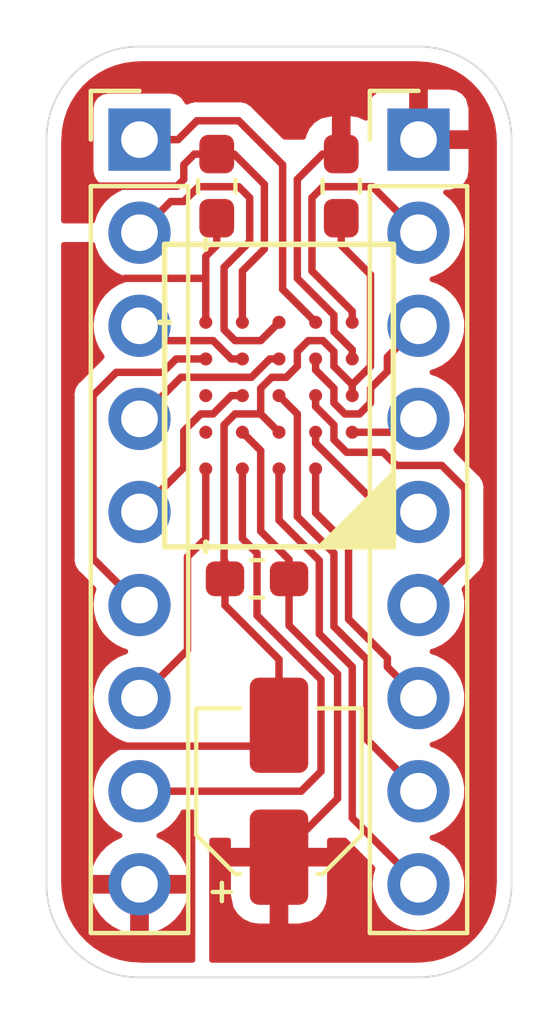
<source format=kicad_pcb>
(kicad_pcb (version 20191123) (host pcbnew "(5.99.0-569-gf99a34d20)")

  (general
    (thickness 1.6)
    (drawings 9)
    (tracks 160)
    (modules 7)
    (nets 21)
  )

  (page "A4")
  (layers
    (0 "F.Cu" signal)
    (31 "B.Cu" jumper hide)
    (32 "B.Adhes" user hide)
    (33 "F.Adhes" user hide)
    (34 "B.Paste" user hide)
    (35 "F.Paste" user hide)
    (36 "B.SilkS" user)
    (37 "F.SilkS" user hide)
    (38 "B.Mask" user hide)
    (39 "F.Mask" user)
    (40 "Dwgs.User" user hide)
    (41 "Cmts.User" user hide)
    (42 "Eco1.User" user hide)
    (43 "Eco2.User" user hide)
    (44 "Edge.Cuts" user)
    (45 "Margin" user hide)
    (46 "B.CrtYd" user hide)
    (47 "F.CrtYd" user hide)
    (48 "B.Fab" user hide)
    (49 "F.Fab" user hide)
  )

  (setup
    (stackup
      (layer "F.SilkS" (type "Top Silk Screen"))
      (layer "F.Paste" (type "Top Solder Paste"))
      (layer "F.Mask" (type "Top Solder Mask") (color "Green") (thickness 0.01))
      (layer "F.Cu" (type "copper") (thickness 0.035))
      (layer "dielectric 1" (type "core") (thickness 1.51) (material "FR4") (epsilon_r 4.5) (loss_tangent 0.02))
      (layer "B.Cu" (type "copper") (thickness 0.035))
      (layer "B.Mask" (type "Bottom Solder Mask") (color "Green") (thickness 0.01))
      (layer "B.Paste" (type "Bottom Solder Paste"))
      (layer "B.SilkS" (type "Bottom Silk Screen"))
      (copper_finish "None")
      (dielectric_constraints no)
    )
    (last_trace_width 0.2032)
    (user_trace_width 0.1524)
    (user_trace_width 0.1778)
    (user_trace_width 0.2032)
    (trace_clearance 0.1524)
    (zone_clearance 0.4)
    (zone_45_only no)
    (trace_min 0.1524)
    (via_size 0.8)
    (via_drill 0.4)
    (via_min_size 0.5)
    (via_min_drill 0.3)
    (uvia_size 0.3)
    (uvia_drill 0.1)
    (uvias_allowed no)
    (uvia_min_size 0.2)
    (uvia_min_drill 0.1)
    (max_error 0.005)
    (defaults
      (edge_clearance 0.01)
      (edge_cuts_line_width 0.05)
      (courtyard_line_width 0.05)
      (copper_line_width 0.2)
      (copper_text_dims (size 1.5 1.5) (thickness 0.3))
      (silk_line_width 0.12)
      (silk_text_dims (size 1 1) (thickness 0.15))
      (other_layers_line_width 0.1)
      (other_layers_text_dims (size 1 1) (thickness 0.15))
    )
    (pad_size 1.524 1.524)
    (pad_drill 0.762)
    (pad_to_mask_clearance 0.051)
    (solder_mask_min_width 0.25)
    (aux_axis_origin 0 0)
    (grid_origin 50.8 50.165)
    (visible_elements FEF9BE1F)
    (pcbplotparams
      (layerselection 0x01000_7fffffff)
      (usegerberextensions false)
      (usegerberattributes true)
      (usegerberadvancedattributes false)
      (creategerberjobfile false)
      (excludeedgelayer true)
      (linewidth 0.100000)
      (plotframeref false)
      (viasonmask false)
      (mode 1)
      (useauxorigin false)
      (hpglpennumber 1)
      (hpglpenspeed 20)
      (hpglpendiameter 15.000000)
      (psnegative false)
      (psa4output false)
      (plotreference false)
      (plotvalue false)
      (plotinvisibletext false)
      (padsonsilk false)
      (subtractmaskfromsilk false)
      (outputformat 1)
      (mirror false)
      (drillshape 0)
      (scaleselection 1)
      (outputdirectory "gerbers/")
    )
  )

  (net 0 "")
  (net 1 "GND")
  (net 2 "+3V3")
  (net 3 "/DQ7")
  (net 4 "/DQ6")
  (net 5 "/DQ5")
  (net 6 "/DQ4")
  (net 7 "/DQ3")
  (net 8 "/DQ2")
  (net 9 "/DQ1")
  (net 10 "/DQ0")
  (net 11 "/~RESET")
  (net 12 "/~RSTO")
  (net 13 "/~INT")
  (net 14 "/~CS2")
  (net 15 "/~CS1")
  (net 16 "/RWDS")
  (net 17 "/~CK")
  (net 18 "/CK")
  (net 19 "Net-(U1-PadC5)")
  (net 20 "Net-(U1-PadB5)")

  (net_class "Default" "This is the default net class."
    (clearance 0.1524)
    (trace_width 0.1524)
    (via_dia 0.8)
    (via_drill 0.4)
    (uvia_dia 0.3)
    (uvia_drill 0.1)
    (add_net "+3V3")
    (add_net "/CK")
    (add_net "/DQ0")
    (add_net "/DQ1")
    (add_net "/DQ2")
    (add_net "/DQ3")
    (add_net "/DQ4")
    (add_net "/DQ5")
    (add_net "/DQ6")
    (add_net "/DQ7")
    (add_net "/RWDS")
    (add_net "/~CK")
    (add_net "/~CS1")
    (add_net "/~CS2")
    (add_net "/~INT")
    (add_net "/~RESET")
    (add_net "/~RSTO")
    (add_net "GND")
    (add_net "Net-(U1-PadB5)")
    (add_net "Net-(U1-PadC5)")
  )

  (module "footprints:S71KL512SC0" (layer "F.Cu") (tedit 5E058D87) (tstamp 5E06FCE8)
    (at 50.8 50.165 180)
    (path "/5E040A6E")
    (fp_text reference "U1" (at 4.064 -7.112) (layer "F.SilkS") hide
      (effects (font (size 1 1) (thickness 0.15)))
    )
    (fp_text value "S71KL512SC0" (at 0 -5.08) (layer "F.SilkS") hide
      (effects (font (size 1 1) (thickness 0.15)))
    )
    (fp_line (start 2.9972 1.999996) (end 3.2512 1.999996) (layer "F.SilkS") (width 0.1524))
    (fp_line (start 1.999996 -4.0005) (end 1.999996 -4.2545) (layer "F.SilkS") (width 0.1524))
    (fp_line (start 1.999996 4.0005) (end 1.999996 4.2545) (layer "F.SilkS") (width 0.1524))
    (fp_line (start -2.4972 -4.0005) (end -2.9972 -3.5005) (layer "F.Fab") (width 0.1524))
    (fp_line (start -3.1242 4.1275) (end 3.1242 4.1275) (layer "F.SilkS") (width 0.1524))
    (fp_line (start 3.1242 4.1275) (end 3.1242 -4.1275) (layer "F.SilkS") (width 0.1524))
    (fp_line (start 3.1242 -4.1275) (end -3.1242 -4.1275) (layer "F.SilkS") (width 0.1524))
    (fp_line (start -3.1242 -4.1275) (end -3.1242 4.1275) (layer "F.SilkS") (width 0.1524))
    (fp_line (start -2.9972 4.0005) (end 2.9972 4.0005) (layer "F.Fab") (width 0.1524))
    (fp_line (start 2.9972 4.0005) (end 2.9972 -4.0005) (layer "F.Fab") (width 0.1524))
    (fp_line (start 2.9972 -4.0005) (end -2.9972 -4.0005) (layer "F.Fab") (width 0.1524))
    (fp_line (start -2.9972 -4.0005) (end -2.9972 4.0005) (layer "F.Fab") (width 0.1524))
    (fp_line (start -3.2512 4.2545) (end -3.2512 -4.2545) (layer "F.CrtYd") (width 0.1524))
    (fp_line (start -3.2512 -4.2545) (end 3.2512 -4.2545) (layer "F.CrtYd") (width 0.1524))
    (fp_line (start 3.2512 -4.2545) (end 3.2512 4.2545) (layer "F.CrtYd") (width 0.1524))
    (fp_line (start 3.2512 4.2545) (end -3.2512 4.2545) (layer "F.CrtYd") (width 0.1524))
    (pad "E5" smd circle (at 2 2 180) (size 0.3556 0.3556) (layers "F.Cu" "F.Paste" "F.Mask")
      (net 1 "GND"))
    (pad "E4" smd circle (at 1 2 180) (size 0.3556 0.3556) (layers "F.Cu" "F.Paste" "F.Mask")
      (net 2 "+3V3"))
    (pad "E3" smd circle (at 0 2 180) (size 0.3556 0.3556) (layers "F.Cu" "F.Paste" "F.Mask")
      (net 5 "/DQ5"))
    (pad "E2" smd circle (at -1 2 180) (size 0.3556 0.3556) (layers "F.Cu" "F.Paste" "F.Mask")
      (net 4 "/DQ6"))
    (pad "E1" smd circle (at -2 2 180) (size 0.3556 0.3556) (layers "F.Cu" "F.Paste" "F.Mask")
      (net 3 "/DQ7"))
    (pad "D5" smd circle (at 2 1 180) (size 0.3556 0.3556) (layers "F.Cu" "F.Paste" "F.Mask")
      (net 6 "/DQ4"))
    (pad "D4" smd circle (at 1 1 180) (size 0.3556 0.3556) (layers "F.Cu" "F.Paste" "F.Mask")
      (net 7 "/DQ3"))
    (pad "D3" smd circle (at 0 1 180) (size 0.3556 0.3556) (layers "F.Cu" "F.Paste" "F.Mask")
      (net 10 "/DQ0"))
    (pad "D2" smd circle (at -1 1 180) (size 0.3556 0.3556) (layers "F.Cu" "F.Paste" "F.Mask")
      (net 9 "/DQ1"))
    (pad "D1" smd circle (at -2 1 180) (size 0.3556 0.3556) (layers "F.Cu" "F.Paste" "F.Mask")
      (net 2 "+3V3"))
    (pad "C5" smd circle (at 2 0 180) (size 0.3556 0.3556) (layers "F.Cu" "F.Paste" "F.Mask")
      (net 19 "Net-(U1-PadC5)"))
    (pad "C4" smd circle (at 1 0 180) (size 0.3556 0.3556) (layers "F.Cu" "F.Paste" "F.Mask")
      (net 8 "/DQ2"))
    (pad "C3" smd circle (at 0 0 180) (size 0.3556 0.3556) (layers "F.Cu" "F.Paste" "F.Mask")
      (net 16 "/RWDS"))
    (pad "C2" smd circle (at -1 0 180) (size 0.3556 0.3556) (layers "F.Cu" "F.Paste" "F.Mask")
      (net 15 "/~CS1"))
    (pad "C1" smd circle (at -2 0 180) (size 0.3556 0.3556) (layers "F.Cu" "F.Paste" "F.Mask")
      (net 1 "GND"))
    (pad "B5" smd circle (at 2 -1 180) (size 0.3556 0.3556) (layers "F.Cu" "F.Paste" "F.Mask")
      (net 20 "Net-(U1-PadB5)"))
    (pad "B4" smd circle (at 1 -1 180) (size 0.3556 0.3556) (layers "F.Cu" "F.Paste" "F.Mask")
      (net 2 "+3V3"))
    (pad "B3" smd circle (at 0 -1 180) (size 0.3556 0.3556) (layers "F.Cu" "F.Paste" "F.Mask")
      (net 1 "GND"))
    (pad "B2" smd circle (at -1 -1 180) (size 0.3556 0.3556) (layers "F.Cu" "F.Paste" "F.Mask")
      (net 18 "/CK"))
    (pad "B1" smd circle (at -2 -1 180) (size 0.3556 0.3556) (layers "F.Cu" "F.Paste" "F.Mask")
      (net 17 "/~CK"))
    (pad "A5" smd circle (at 2 -2 180) (size 0.3556 0.3556) (layers "F.Cu" "F.Paste" "F.Mask")
      (net 13 "/~INT"))
    (pad "A4" smd circle (at 1 -2 180) (size 0.3556 0.3556) (layers "F.Cu" "F.Paste" "F.Mask")
      (net 11 "/~RESET"))
    (pad "A3" smd circle (at 0 -2 180) (size 0.3556 0.3556) (layers "F.Cu" "F.Paste" "F.Mask")
      (net 14 "/~CS2"))
    (pad "A2" smd circle (at -1 -2 180) (size 0.3556 0.3556) (layers "F.Cu" "F.Paste" "F.Mask")
      (net 12 "/~RSTO"))
  )

  (module "Connector_PinHeader_2.54mm:PinHeader_1x09_P2.54mm_Vertical" (layer "F.Cu") (tedit 59FED5CC) (tstamp 5E05C786)
    (at 54.61 43.18)
    (descr "Through hole straight pin header, 1x09, 2.54mm pitch, single row")
    (tags "Through hole pin header THT 1x09 2.54mm single row")
    (path "/5E0594A5")
    (fp_text reference "J2" (at 0 -2.33) (layer "F.SilkS") hide
      (effects (font (size 1 1) (thickness 0.15)))
    )
    (fp_text value "Conn_01x09" (at 0 22.65) (layer "F.Fab") hide
      (effects (font (size 1 1) (thickness 0.15)))
    )
    (fp_text user "%R" (at 0 10.16 90) (layer "F.Fab")
      (effects (font (size 1 1) (thickness 0.15)))
    )
    (fp_line (start 1.8 -1.8) (end -1.8 -1.8) (layer "F.CrtYd") (width 0.05))
    (fp_line (start 1.8 22.1) (end 1.8 -1.8) (layer "F.CrtYd") (width 0.05))
    (fp_line (start -1.8 22.1) (end 1.8 22.1) (layer "F.CrtYd") (width 0.05))
    (fp_line (start -1.8 -1.8) (end -1.8 22.1) (layer "F.CrtYd") (width 0.05))
    (fp_line (start -1.33 -1.33) (end 0 -1.33) (layer "F.SilkS") (width 0.12))
    (fp_line (start -1.33 0) (end -1.33 -1.33) (layer "F.SilkS") (width 0.12))
    (fp_line (start -1.33 1.27) (end 1.33 1.27) (layer "F.SilkS") (width 0.12))
    (fp_line (start 1.33 1.27) (end 1.33 21.65) (layer "F.SilkS") (width 0.12))
    (fp_line (start -1.33 1.27) (end -1.33 21.65) (layer "F.SilkS") (width 0.12))
    (fp_line (start -1.33 21.65) (end 1.33 21.65) (layer "F.SilkS") (width 0.12))
    (fp_line (start -1.27 -0.635) (end -0.635 -1.27) (layer "F.Fab") (width 0.1))
    (fp_line (start -1.27 21.59) (end -1.27 -0.635) (layer "F.Fab") (width 0.1))
    (fp_line (start 1.27 21.59) (end -1.27 21.59) (layer "F.Fab") (width 0.1))
    (fp_line (start 1.27 -1.27) (end 1.27 21.59) (layer "F.Fab") (width 0.1))
    (fp_line (start -0.635 -1.27) (end 1.27 -1.27) (layer "F.Fab") (width 0.1))
    (pad "9" thru_hole oval (at 0 20.32) (size 1.7 1.7) (drill 1) (layers *.Cu *.Mask)
      (net 14 "/~CS2"))
    (pad "8" thru_hole oval (at 0 17.78) (size 1.7 1.7) (drill 1) (layers *.Cu *.Mask)
      (net 16 "/RWDS"))
    (pad "7" thru_hole oval (at 0 15.24) (size 1.7 1.7) (drill 1) (layers *.Cu *.Mask)
      (net 12 "/~RSTO"))
    (pad "6" thru_hole oval (at 0 12.7) (size 1.7 1.7) (drill 1) (layers *.Cu *.Mask)
      (net 15 "/~CS1"))
    (pad "5" thru_hole oval (at 0 10.16) (size 1.7 1.7) (drill 1) (layers *.Cu *.Mask)
      (net 18 "/CK"))
    (pad "4" thru_hole oval (at 0 7.62) (size 1.7 1.7) (drill 1) (layers *.Cu *.Mask)
      (net 17 "/~CK"))
    (pad "3" thru_hole oval (at 0 5.08) (size 1.7 1.7) (drill 1) (layers *.Cu *.Mask)
      (net 9 "/DQ1"))
    (pad "2" thru_hole oval (at 0 2.54) (size 1.7 1.7) (drill 1) (layers *.Cu *.Mask)
      (net 3 "/DQ7"))
    (pad "1" thru_hole rect (at 0 0) (size 1.7 1.7) (drill 1) (layers *.Cu *.Mask)
      (net 2 "+3V3"))
    (model "${KISYS3DMOD}/Connector_PinHeader_2.54mm.3dshapes/PinHeader_1x09_P2.54mm_Vertical.wrl"
      (at (xyz 0 0 0))
      (scale (xyz 1 1 1))
      (rotate (xyz 0 0 0))
    )
  )

  (module "Connector_PinHeader_2.54mm:PinHeader_1x09_P2.54mm_Vertical" (layer "F.Cu") (tedit 59FED5CC) (tstamp 5E05C769)
    (at 46.99 43.18)
    (descr "Through hole straight pin header, 1x09, 2.54mm pitch, single row")
    (tags "Through hole pin header THT 1x09 2.54mm single row")
    (path "/5E058B74")
    (fp_text reference "J1" (at 0 -2.33) (layer "F.SilkS") hide
      (effects (font (size 1 1) (thickness 0.15)))
    )
    (fp_text value "Conn_01x09" (at 0 22.65) (layer "F.Fab") hide
      (effects (font (size 1 1) (thickness 0.15)))
    )
    (fp_text user "%R" (at 0 10.16 90) (layer "F.Fab")
      (effects (font (size 1 1) (thickness 0.15)))
    )
    (fp_line (start 1.8 -1.8) (end -1.8 -1.8) (layer "F.CrtYd") (width 0.05))
    (fp_line (start 1.8 22.1) (end 1.8 -1.8) (layer "F.CrtYd") (width 0.05))
    (fp_line (start -1.8 22.1) (end 1.8 22.1) (layer "F.CrtYd") (width 0.05))
    (fp_line (start -1.8 -1.8) (end -1.8 22.1) (layer "F.CrtYd") (width 0.05))
    (fp_line (start -1.33 -1.33) (end 0 -1.33) (layer "F.SilkS") (width 0.12))
    (fp_line (start -1.33 0) (end -1.33 -1.33) (layer "F.SilkS") (width 0.12))
    (fp_line (start -1.33 1.27) (end 1.33 1.27) (layer "F.SilkS") (width 0.12))
    (fp_line (start 1.33 1.27) (end 1.33 21.65) (layer "F.SilkS") (width 0.12))
    (fp_line (start -1.33 1.27) (end -1.33 21.65) (layer "F.SilkS") (width 0.12))
    (fp_line (start -1.33 21.65) (end 1.33 21.65) (layer "F.SilkS") (width 0.12))
    (fp_line (start -1.27 -0.635) (end -0.635 -1.27) (layer "F.Fab") (width 0.1))
    (fp_line (start -1.27 21.59) (end -1.27 -0.635) (layer "F.Fab") (width 0.1))
    (fp_line (start 1.27 21.59) (end -1.27 21.59) (layer "F.Fab") (width 0.1))
    (fp_line (start 1.27 -1.27) (end 1.27 21.59) (layer "F.Fab") (width 0.1))
    (fp_line (start -0.635 -1.27) (end 1.27 -1.27) (layer "F.Fab") (width 0.1))
    (pad "9" thru_hole oval (at 0 20.32) (size 1.7 1.7) (drill 1) (layers *.Cu *.Mask)
      (net 1 "GND"))
    (pad "8" thru_hole oval (at 0 17.78) (size 1.7 1.7) (drill 1) (layers *.Cu *.Mask)
      (net 11 "/~RESET"))
    (pad "7" thru_hole oval (at 0 15.24) (size 1.7 1.7) (drill 1) (layers *.Cu *.Mask)
      (net 13 "/~INT"))
    (pad "6" thru_hole oval (at 0 12.7) (size 1.7 1.7) (drill 1) (layers *.Cu *.Mask)
      (net 6 "/DQ4"))
    (pad "5" thru_hole oval (at 0 10.16) (size 1.7 1.7) (drill 1) (layers *.Cu *.Mask)
      (net 8 "/DQ2"))
    (pad "4" thru_hole oval (at 0 7.62) (size 1.7 1.7) (drill 1) (layers *.Cu *.Mask)
      (net 10 "/DQ0"))
    (pad "3" thru_hole oval (at 0 5.08) (size 1.7 1.7) (drill 1) (layers *.Cu *.Mask)
      (net 7 "/DQ3"))
    (pad "2" thru_hole oval (at 0 2.54) (size 1.7 1.7) (drill 1) (layers *.Cu *.Mask)
      (net 5 "/DQ5"))
    (pad "1" thru_hole rect (at 0 0) (size 1.7 1.7) (drill 1) (layers *.Cu *.Mask)
      (net 4 "/DQ6"))
    (model "${KISYS3DMOD}/Connector_PinHeader_2.54mm.3dshapes/PinHeader_1x09_P2.54mm_Vertical.wrl"
      (at (xyz 0 0 0))
      (scale (xyz 1 1 1))
      (rotate (xyz 0 0 0))
    )
  )

  (module "Capacitor_SMD:CP_Elec_4x4.5" (layer "F.Cu") (tedit 5BCA39CF) (tstamp 5E05C74C)
    (at 50.8 60.96 90)
    (descr "SMD capacitor, aluminum electrolytic, Nichicon, 4.0x4.5mm")
    (tags "capacitor electrolytic")
    (path "/5E06FAC7")
    (attr smd)
    (fp_text reference "C4" (at 0 -3.2 90) (layer "F.SilkS") hide
      (effects (font (size 1 1) (thickness 0.15)))
    )
    (fp_text value "0.1uF" (at 0 3.2 90) (layer "F.Fab") hide
      (effects (font (size 1 1) (thickness 0.15)))
    )
    (fp_text user "%R" (at 0 0 90) (layer "F.Fab") hide
      (effects (font (size 0.8 0.8) (thickness 0.12)))
    )
    (fp_line (start -3.35 1.05) (end -2.4 1.05) (layer "F.CrtYd") (width 0.05))
    (fp_line (start -3.35 -1.05) (end -3.35 1.05) (layer "F.CrtYd") (width 0.05))
    (fp_line (start -2.4 -1.05) (end -3.35 -1.05) (layer "F.CrtYd") (width 0.05))
    (fp_line (start -2.4 1.05) (end -2.4 1.25) (layer "F.CrtYd") (width 0.05))
    (fp_line (start -2.4 -1.25) (end -2.4 -1.05) (layer "F.CrtYd") (width 0.05))
    (fp_line (start -2.4 -1.25) (end -1.25 -2.4) (layer "F.CrtYd") (width 0.05))
    (fp_line (start -2.4 1.25) (end -1.25 2.4) (layer "F.CrtYd") (width 0.05))
    (fp_line (start -1.25 -2.4) (end 2.4 -2.4) (layer "F.CrtYd") (width 0.05))
    (fp_line (start -1.25 2.4) (end 2.4 2.4) (layer "F.CrtYd") (width 0.05))
    (fp_line (start 2.4 1.05) (end 2.4 2.4) (layer "F.CrtYd") (width 0.05))
    (fp_line (start 3.35 1.05) (end 2.4 1.05) (layer "F.CrtYd") (width 0.05))
    (fp_line (start 3.35 -1.05) (end 3.35 1.05) (layer "F.CrtYd") (width 0.05))
    (fp_line (start 2.4 -1.05) (end 3.35 -1.05) (layer "F.CrtYd") (width 0.05))
    (fp_line (start 2.4 -2.4) (end 2.4 -1.05) (layer "F.CrtYd") (width 0.05))
    (fp_line (start -2.75 -1.81) (end -2.75 -1.31) (layer "F.SilkS") (width 0.12))
    (fp_line (start -3 -1.56) (end -2.5 -1.56) (layer "F.SilkS") (width 0.12))
    (fp_line (start -2.26 1.195563) (end -1.195563 2.26) (layer "F.SilkS") (width 0.12))
    (fp_line (start -2.26 -1.195563) (end -1.195563 -2.26) (layer "F.SilkS") (width 0.12))
    (fp_line (start -2.26 -1.195563) (end -2.26 -1.06) (layer "F.SilkS") (width 0.12))
    (fp_line (start -2.26 1.195563) (end -2.26 1.06) (layer "F.SilkS") (width 0.12))
    (fp_line (start -1.195563 2.26) (end 2.26 2.26) (layer "F.SilkS") (width 0.12))
    (fp_line (start -1.195563 -2.26) (end 2.26 -2.26) (layer "F.SilkS") (width 0.12))
    (fp_line (start 2.26 -2.26) (end 2.26 -1.06) (layer "F.SilkS") (width 0.12))
    (fp_line (start 2.26 2.26) (end 2.26 1.06) (layer "F.SilkS") (width 0.12))
    (fp_line (start -1.374773 -1.2) (end -1.374773 -0.8) (layer "F.Fab") (width 0.1))
    (fp_line (start -1.574773 -1) (end -1.174773 -1) (layer "F.Fab") (width 0.1))
    (fp_line (start -2.15 1.15) (end -1.15 2.15) (layer "F.Fab") (width 0.1))
    (fp_line (start -2.15 -1.15) (end -1.15 -2.15) (layer "F.Fab") (width 0.1))
    (fp_line (start -2.15 -1.15) (end -2.15 1.15) (layer "F.Fab") (width 0.1))
    (fp_line (start -1.15 2.15) (end 2.15 2.15) (layer "F.Fab") (width 0.1))
    (fp_line (start -1.15 -2.15) (end 2.15 -2.15) (layer "F.Fab") (width 0.1))
    (fp_line (start 2.15 -2.15) (end 2.15 2.15) (layer "F.Fab") (width 0.1))
    (fp_circle (center 0 0) (end 2 0) (layer "F.Fab") (width 0.1))
    (pad "2" smd roundrect (at 1.8 0 90) (size 2.6 1.6) (layers "F.Cu" "F.Paste" "F.Mask") (roundrect_rratio 0.15625)
      (net 1 "GND"))
    (pad "1" smd roundrect (at -1.8 0 90) (size 2.6 1.6) (layers "F.Cu" "F.Paste" "F.Mask") (roundrect_rratio 0.15625)
      (net 2 "+3V3"))
    (model "${KISYS3DMOD}/Capacitor_SMD.3dshapes/CP_Elec_4x4.5.wrl"
      (at (xyz 0 0 0))
      (scale (xyz 1 1 1))
      (rotate (xyz 0 0 0))
    )
  )

  (module "Capacitor_SMD:C_0603_1608Metric_Pad1.05x0.95mm_HandSolder" (layer "F.Cu") (tedit 5B301BBE) (tstamp 5E06FA97)
    (at 49.1 44.45 -90)
    (descr "Capacitor SMD 0603 (1608 Metric), square (rectangular) end terminal, IPC_7351 nominal with elongated pad for handsoldering. (Body size source: http://www.tortai-tech.com/upload/download/2011102023233369053.pdf), generated with kicad-footprint-generator")
    (tags "capacitor handsolder")
    (path "/5E045BB8")
    (attr smd)
    (fp_text reference "C3" (at 0 1.524 90) (layer "F.SilkS") hide
      (effects (font (size 1 1) (thickness 0.15)))
    )
    (fp_text value "0.1nF" (at 0 1.43 90) (layer "F.Fab") hide
      (effects (font (size 1 1) (thickness 0.15)))
    )
    (fp_text user "%R" (at 0 0 90) (layer "F.Fab")
      (effects (font (size 0.4 0.4) (thickness 0.06)))
    )
    (fp_line (start 1.65 0.73) (end -1.65 0.73) (layer "F.CrtYd") (width 0.05))
    (fp_line (start 1.65 -0.73) (end 1.65 0.73) (layer "F.CrtYd") (width 0.05))
    (fp_line (start -1.65 -0.73) (end 1.65 -0.73) (layer "F.CrtYd") (width 0.05))
    (fp_line (start -1.65 0.73) (end -1.65 -0.73) (layer "F.CrtYd") (width 0.05))
    (fp_line (start -0.171267 0.51) (end 0.171267 0.51) (layer "F.SilkS") (width 0.12))
    (fp_line (start -0.171267 -0.51) (end 0.171267 -0.51) (layer "F.SilkS") (width 0.12))
    (fp_line (start 0.8 0.4) (end -0.8 0.4) (layer "F.Fab") (width 0.1))
    (fp_line (start 0.8 -0.4) (end 0.8 0.4) (layer "F.Fab") (width 0.1))
    (fp_line (start -0.8 -0.4) (end 0.8 -0.4) (layer "F.Fab") (width 0.1))
    (fp_line (start -0.8 0.4) (end -0.8 -0.4) (layer "F.Fab") (width 0.1))
    (pad "2" smd roundrect (at 0.875 0 270) (size 1.05 0.95) (layers "F.Cu" "F.Paste" "F.Mask") (roundrect_rratio 0.25)
      (net 1 "GND"))
    (pad "1" smd roundrect (at -0.875 0 270) (size 1.05 0.95) (layers "F.Cu" "F.Paste" "F.Mask") (roundrect_rratio 0.25)
      (net 2 "+3V3"))
    (model "${KISYS3DMOD}/Capacitor_SMD.3dshapes/C_0603_1608Metric.wrl"
      (at (xyz 0 0 0))
      (scale (xyz 1 1 1))
      (rotate (xyz 0 0 0))
    )
  )

  (module "Capacitor_SMD:C_0603_1608Metric_Pad1.05x0.95mm_HandSolder" (layer "F.Cu") (tedit 5B301BBE) (tstamp 5E05D416)
    (at 50.2 55.165 180)
    (descr "Capacitor SMD 0603 (1608 Metric), square (rectangular) end terminal, IPC_7351 nominal with elongated pad for handsoldering. (Body size source: http://www.tortai-tech.com/upload/download/2011102023233369053.pdf), generated with kicad-footprint-generator")
    (tags "capacitor handsolder")
    (path "/5E045773")
    (attr smd)
    (fp_text reference "C2" (at 0 1.524) (layer "F.SilkS") hide
      (effects (font (size 1 1) (thickness 0.15)))
    )
    (fp_text value "0.1nF" (at 0 1.43) (layer "F.Fab") hide
      (effects (font (size 1 1) (thickness 0.15)))
    )
    (fp_text user "%R" (at 0 0) (layer "F.Fab")
      (effects (font (size 0.4 0.4) (thickness 0.06)))
    )
    (fp_line (start 1.65 0.73) (end -1.65 0.73) (layer "F.CrtYd") (width 0.05))
    (fp_line (start 1.65 -0.73) (end 1.65 0.73) (layer "F.CrtYd") (width 0.05))
    (fp_line (start -1.65 -0.73) (end 1.65 -0.73) (layer "F.CrtYd") (width 0.05))
    (fp_line (start -1.65 0.73) (end -1.65 -0.73) (layer "F.CrtYd") (width 0.05))
    (fp_line (start -0.171267 0.51) (end 0.171267 0.51) (layer "F.SilkS") (width 0.12))
    (fp_line (start -0.171267 -0.51) (end 0.171267 -0.51) (layer "F.SilkS") (width 0.12))
    (fp_line (start 0.8 0.4) (end -0.8 0.4) (layer "F.Fab") (width 0.1))
    (fp_line (start 0.8 -0.4) (end 0.8 0.4) (layer "F.Fab") (width 0.1))
    (fp_line (start -0.8 -0.4) (end 0.8 -0.4) (layer "F.Fab") (width 0.1))
    (fp_line (start -0.8 0.4) (end -0.8 -0.4) (layer "F.Fab") (width 0.1))
    (pad "2" smd roundrect (at 0.875 0 180) (size 1.05 0.95) (layers "F.Cu" "F.Paste" "F.Mask") (roundrect_rratio 0.25)
      (net 1 "GND"))
    (pad "1" smd roundrect (at -0.875 0 180) (size 1.05 0.95) (layers "F.Cu" "F.Paste" "F.Mask") (roundrect_rratio 0.25)
      (net 2 "+3V3"))
    (model "${KISYS3DMOD}/Capacitor_SMD.3dshapes/C_0603_1608Metric.wrl"
      (at (xyz 0 0 0))
      (scale (xyz 1 1 1))
      (rotate (xyz 0 0 0))
    )
  )

  (module "Capacitor_SMD:C_0603_1608Metric_Pad1.05x0.95mm_HandSolder" (layer "F.Cu") (tedit 5B301BBE) (tstamp 5E06FA36)
    (at 52.5 44.45 -90)
    (descr "Capacitor SMD 0603 (1608 Metric), square (rectangular) end terminal, IPC_7351 nominal with elongated pad for handsoldering. (Body size source: http://www.tortai-tech.com/upload/download/2011102023233369053.pdf), generated with kicad-footprint-generator")
    (tags "capacitor handsolder")
    (path "/5E04483B")
    (attr smd)
    (fp_text reference "C1" (at 0 -1.43 90) (layer "F.SilkS") hide
      (effects (font (size 1 1) (thickness 0.15)))
    )
    (fp_text value "0.1nF" (at 0 1.43 90) (layer "F.Fab") hide
      (effects (font (size 1 1) (thickness 0.15)))
    )
    (fp_text user "%R" (at 0 0 90) (layer "F.Fab") hide
      (effects (font (size 0.4 0.4) (thickness 0.06)))
    )
    (fp_line (start 1.65 0.73) (end -1.65 0.73) (layer "F.CrtYd") (width 0.05))
    (fp_line (start 1.65 -0.73) (end 1.65 0.73) (layer "F.CrtYd") (width 0.05))
    (fp_line (start -1.65 -0.73) (end 1.65 -0.73) (layer "F.CrtYd") (width 0.05))
    (fp_line (start -1.65 0.73) (end -1.65 -0.73) (layer "F.CrtYd") (width 0.05))
    (fp_line (start -0.171267 0.51) (end 0.171267 0.51) (layer "F.SilkS") (width 0.12))
    (fp_line (start -0.171267 -0.51) (end 0.171267 -0.51) (layer "F.SilkS") (width 0.12))
    (fp_line (start 0.8 0.4) (end -0.8 0.4) (layer "F.Fab") (width 0.1))
    (fp_line (start 0.8 -0.4) (end 0.8 0.4) (layer "F.Fab") (width 0.1))
    (fp_line (start -0.8 -0.4) (end 0.8 -0.4) (layer "F.Fab") (width 0.1))
    (fp_line (start -0.8 0.4) (end -0.8 -0.4) (layer "F.Fab") (width 0.1))
    (pad "2" smd roundrect (at 0.875 0 270) (size 1.05 0.95) (layers "F.Cu" "F.Paste" "F.Mask") (roundrect_rratio 0.25)
      (net 1 "GND"))
    (pad "1" smd roundrect (at -0.875 0 270) (size 1.05 0.95) (layers "F.Cu" "F.Paste" "F.Mask") (roundrect_rratio 0.25)
      (net 2 "+3V3"))
    (model "${KISYS3DMOD}/Capacitor_SMD.3dshapes/C_0603_1608Metric.wrl"
      (at (xyz 0 0 0))
      (scale (xyz 1 1 1))
      (rotate (xyz 0 0 0))
    )
  )

  (gr_line (start 44.45 63.5) (end 44.45 43.18) (layer "Edge.Cuts") (width 0.05))
  (gr_line (start 54.61 66.04) (end 46.99 66.04) (layer "Edge.Cuts") (width 0.05))
  (gr_line (start 57.15 43.18) (end 57.15 63.5) (layer "Edge.Cuts") (width 0.05))
  (gr_line (start 46.99 40.64) (end 54.61 40.64) (layer "Edge.Cuts") (width 0.05))
  (gr_arc (start 46.99 63.5) (end 44.45 63.5) (angle -90) (layer "Edge.Cuts") (width 0.05))
  (gr_arc (start 54.61 63.5) (end 54.61 66.04) (angle -90) (layer "Edge.Cuts") (width 0.05))
  (gr_arc (start 54.61 43.18) (end 57.15 43.18) (angle -90) (layer "Edge.Cuts") (width 0.0508))
  (gr_arc (start 46.99 43.18) (end 46.99 40.64) (angle -90) (layer "Edge.Cuts") (width 0.05))
  (gr_poly (pts (xy 53.9242 52.2605) (xy 53.9242 54.2925) (xy 51.8922 54.2925)) (layer "F.SilkS") (width 0.1))

  (segment (start 45.535189 59.729811) (end 50.635189 59.729811) (width 0.2032) (layer "F.Cu") (net 1))
  (segment (start 50.635189 59.729811) (end 50.8 59.565) (width 0.2032) (layer "F.Cu") (net 1))
  (segment (start 49.325 55.89) (end 50.8 57.365) (width 0.2032) (layer "F.Cu") (net 1))
  (segment (start 50.8 57.365) (end 50.8 59.16) (width 0.2032) (layer "F.Cu") (net 1))
  (segment (start 49.325 55.165) (end 49.325 55.89) (width 0.2032) (layer "F.Cu") (net 1))
  (segment (start 48.3 54.565) (end 48.3 57.11) (width 0.2032) (layer "F.Cu") (net 13))
  (segment (start 48.8 54.065) (end 48.3 54.565) (width 0.2032) (layer "F.Cu") (net 13))
  (segment (start 48.8 52.165) (end 48.8 54.065) (width 0.2032) (layer "F.Cu") (net 13))
  (segment (start 49.8 48.165) (end 49.8 46.765) (width 0.2032) (layer "F.Cu") (net 2))
  (segment (start 49.8 46.765) (end 50.4 46.165) (width 0.2032) (layer "F.Cu") (net 2))
  (segment (start 50.4 46.165) (end 50.4 44.4) (width 0.2032) (layer "F.Cu") (net 2))
  (segment (start 50.4 44.4) (end 49.575 43.575) (width 0.2032) (layer "F.Cu") (net 2))
  (segment (start 49.575 43.575) (end 49.1 43.575) (width 0.2032) (layer "F.Cu") (net 2))
  (segment (start 48.8 46.365) (end 49.1 46.065) (width 0.2032) (layer "F.Cu") (net 1))
  (segment (start 49.1 46.065) (end 49.1 45.325) (width 0.2032) (layer "F.Cu") (net 1))
  (segment (start 48.6 44.465) (end 48.194999 44.870001) (width 0.2032) (layer "F.Cu") (net 5))
  (segment (start 48.194999 44.870001) (end 47.839999 44.870001) (width 0.2032) (layer "F.Cu") (net 5))
  (segment (start 47.839999 44.870001) (end 46.99 45.72) (width 0.2032) (layer "F.Cu") (net 5))
  (segment (start 49.7 44.465) (end 48.6 44.465) (width 0.2032) (layer "F.Cu") (net 5))
  (segment (start 50 44.765) (end 49.7 44.465) (width 0.2032) (layer "F.Cu") (net 5))
  (segment (start 50 45.965) (end 50 44.765) (width 0.2032) (layer "F.Cu") (net 5))
  (segment (start 49.3 46.665) (end 50 45.965) (width 0.2032) (layer "F.Cu") (net 5))
  (segment (start 45.72 44.45) (end 48.015 44.45) (width 0.2032) (layer "F.Cu") (net 2))
  (segment (start 48.2 43.865) (end 48.49 43.575) (width 0.2032) (layer "F.Cu") (net 2))
  (segment (start 48.015 44.45) (end 48.2 44.265) (width 0.2032) (layer "F.Cu") (net 2))
  (segment (start 48.2 44.265) (end 48.2 43.865) (width 0.2032) (layer "F.Cu") (net 2))
  (segment (start 48.49 43.575) (end 49.1 43.575) (width 0.2032) (layer "F.Cu") (net 2))
  (segment (start 52.8 48.165) (end 52.8 47.865) (width 0.2032) (layer "F.Cu") (net 3))
  (segment (start 52.8 47.865) (end 51.7 46.765) (width 0.2032) (layer "F.Cu") (net 3))
  (segment (start 51.7 46.765) (end 51.7 44.765) (width 0.2032) (layer "F.Cu") (net 3))
  (segment (start 52 44.465) (end 53.355 44.465) (width 0.2032) (layer "F.Cu") (net 3))
  (segment (start 51.7 44.765) (end 52 44.465) (width 0.2032) (layer "F.Cu") (net 3))
  (segment (start 53.355 44.465) (end 54.61 45.72) (width 0.2032) (layer "F.Cu") (net 3))
  (segment (start 52.8 48.913553) (end 52.3 48.413553) (width 0.2032) (layer "F.Cu") (net 2))
  (segment (start 52.3 48.413553) (end 52.3 47.965) (width 0.2032) (layer "F.Cu") (net 2))
  (segment (start 52.8 49.165) (end 52.8 48.913553) (width 0.2032) (layer "F.Cu") (net 2))
  (segment (start 52.3 47.965) (end 51.3 46.965) (width 0.2032) (layer "F.Cu") (net 2))
  (segment (start 51.3 46.965) (end 51.3 44.265) (width 0.2032) (layer "F.Cu") (net 2))
  (segment (start 51.99 43.575) (end 52.5 43.575) (width 0.2032) (layer "F.Cu") (net 2))
  (segment (start 51.3 44.265) (end 51.99 43.575) (width 0.2032) (layer "F.Cu") (net 2))
  (segment (start 53.3 46.865) (end 52.5 46.065) (width 0.2032) (layer "F.Cu") (net 1))
  (segment (start 52.5 46.065) (end 52.5 45.325) (width 0.2032) (layer "F.Cu") (net 1))
  (segment (start 49.7 42.665) (end 48.5582 42.665) (width 0.2032) (layer "F.Cu") (net 4))
  (segment (start 48.5582 42.665) (end 48.0432 43.18) (width 0.2032) (layer "F.Cu") (net 4))
  (segment (start 48.0432 43.18) (end 46.99 43.18) (width 0.2032) (layer "F.Cu") (net 4))
  (segment (start 50.9 43.865) (end 49.7 42.665) (width 0.2032) (layer "F.Cu") (net 4))
  (segment (start 50.9 47.265) (end 50.9 43.865) (width 0.2032) (layer "F.Cu") (net 4))
  (segment (start 51.8 48.165) (end 50.9 47.265) (width 0.2032) (layer "F.Cu") (net 4))
  (segment (start 50.3 48.665) (end 49.6 48.665) (width 0.2032) (layer "F.Cu") (net 5) (status 8000))
  (segment (start 49.6 48.665) (end 49.3 48.365) (width 0.2032) (layer "F.Cu") (net 5) (status 8000))
  (segment (start 49.3 48.365) (end 49.3 46.665) (width 0.2032) (layer "F.Cu") (net 5) (status 8000))
  (segment (start 50.8 48.165) (end 50.3 48.665) (width 0.2032) (layer "F.Cu") (net 5) (status 8000))
  (segment (start 50.3 50.665) (end 50.3 49.965) (width 0.2032) (layer "F.Cu") (net 1))
  (segment (start 51.6 48.665) (end 52 48.665) (width 0.2032) (layer "F.Cu") (net 1))
  (segment (start 50.3 49.965) (end 50.6 49.665) (width 0.2032) (layer "F.Cu") (net 1))
  (segment (start 51 49.665) (end 51.3 49.365) (width 0.2032) (layer "F.Cu") (net 1))
  (segment (start 50.6 49.665) (end 51 49.665) (width 0.2032) (layer "F.Cu") (net 1))
  (segment (start 51.3 49.365) (end 51.3 48.965) (width 0.2032) (layer "F.Cu") (net 1))
  (segment (start 51.3 48.965) (end 51.6 48.665) (width 0.2032) (layer "F.Cu") (net 1))
  (segment (start 52.3 48.965) (end 52.3 49.365) (width 0.2032) (layer "F.Cu") (net 1))
  (segment (start 52 48.665) (end 52.3 48.965) (width 0.2032) (layer "F.Cu") (net 1))
  (segment (start 52.3 49.365) (end 52.8 49.865) (width 0.2032) (layer "F.Cu") (net 1))
  (segment (start 53.3 49.965) (end 53.760001 49.504999) (width 0.2032) (layer "F.Cu") (net 9))
  (segment (start 53.760001 49.504999) (end 53.760001 49.109999) (width 0.2032) (layer "F.Cu") (net 9))
  (segment (start 53.760001 49.109999) (end 54.61 48.26) (width 0.2032) (layer "F.Cu") (net 9))
  (segment (start 53.3 50.365) (end 53.3 49.965) (width 0.2032) (layer "F.Cu") (net 9))
  (segment (start 53 50.665) (end 53.3 50.365) (width 0.2032) (layer "F.Cu") (net 9))
  (segment (start 53.2976 49.069492) (end 53.2976 49.3674) (width 0.2032) (layer "F.Cu") (net 1) (status 8000))
  (segment (start 53.2976 49.3674) (end 52.8 49.865) (width 0.2032) (layer "F.Cu") (net 1) (status 8000))
  (segment (start 53.3 46.865) (end 53.3 49.067092) (width 0.2032) (layer "F.Cu") (net 1) (status 8000))
  (segment (start 53.3 49.067092) (end 53.2976 49.069492) (width 0.2032) (layer "F.Cu") (net 1) (status 8000))
  (segment (start 52.8 49.865) (end 52.8 50.165) (width 0.2032) (layer "F.Cu") (net 1))
  (segment (start 49.8 49.165) (end 49.5 49.165) (width 0.2032) (layer "F.Cu") (net 7))
  (segment (start 49.5 49.165) (end 49 48.665) (width 0.2032) (layer "F.Cu") (net 7))
  (segment (start 49 48.665) (end 47.395 48.665) (width 0.2032) (layer "F.Cu") (net 7))
  (segment (start 47.395 48.665) (end 46.99 48.26) (width 0.2032) (layer "F.Cu") (net 7))
  (segment (start 50.3 50.665) (end 49.6 50.665) (width 0.2032) (layer "F.Cu") (net 1))
  (segment (start 49.6 50.665) (end 49.3 50.965) (width 0.2032) (layer "F.Cu") (net 1))
  (segment (start 49.325 54.69) (end 49.325 55.165) (width 0.2032) (layer "F.Cu") (net 1))
  (segment (start 49.3 50.965) (end 49.3 54.665) (width 0.2032) (layer "F.Cu") (net 1))
  (segment (start 49.3 54.665) (end 49.325 54.69) (width 0.2032) (layer "F.Cu") (net 1))
  (segment (start 48.664486 50.665) (end 49 50.665) (width 0.2032) (layer "F.Cu") (net 8))
  (segment (start 48.2 52.13) (end 48.2 51.129486) (width 0.2032) (layer "F.Cu") (net 8))
  (segment (start 48.2 51.129486) (end 48.664486 50.665) (width 0.2032) (layer "F.Cu") (net 8))
  (segment (start 49.6 50.165) (end 49.8 50.165) (width 0.2032) (layer "F.Cu") (net 8))
  (segment (start 49 50.665) (end 49.5 50.165) (width 0.2032) (layer "F.Cu") (net 8))
  (segment (start 46.99 53.34) (end 48.2 52.13) (width 0.2032) (layer "F.Cu") (net 8))
  (segment (start 49.5 50.165) (end 49.6 50.165) (width 0.2032) (layer "F.Cu") (net 8))
  (segment (start 53.7 53.365) (end 54.585 53.365) (width 0.2032) (layer "F.Cu") (net 18))
  (segment (start 54.585 53.365) (end 54.61 53.34) (width 0.2032) (layer "F.Cu") (net 18))
  (segment (start 53.7 53.365) (end 51.8 51.465) (width 0.2032) (layer "F.Cu") (net 18))
  (segment (start 51.8 51.465) (end 51.8 51.165) (width 0.2032) (layer "F.Cu") (net 18))
  (segment (start 52.7 56.265) (end 53.760001 57.325001) (width 0.2032) (layer "F.Cu") (net 12))
  (segment (start 53.760001 57.325001) (end 53.760001 57.570001) (width 0.2032) (layer "F.Cu") (net 12))
  (segment (start 53.760001 57.570001) (end 54.61 58.42) (width 0.2032) (layer "F.Cu") (net 12))
  (segment (start 52.7 54.265) (end 52.7 56.265) (width 0.2032) (layer "F.Cu") (net 12))
  (segment (start 51.8 53.365) (end 52.7 54.265) (width 0.2032) (layer "F.Cu") (net 12))
  (segment (start 51.8 52.165) (end 51.8 53.365) (width 0.2032) (layer "F.Cu") (net 12))
  (segment (start 53.2 57.365) (end 53.2 59.55) (width 0.2032) (layer "F.Cu") (net 16))
  (segment (start 53.2 59.55) (end 54.61 60.96) (width 0.2032) (layer "F.Cu") (net 16))
  (segment (start 52.3 56.465) (end 53.2 57.365) (width 0.2032) (layer "F.Cu") (net 16))
  (segment (start 52.3 54.465) (end 52.3 56.465) (width 0.2032) (layer "F.Cu") (net 16))
  (segment (start 51.3 53.465) (end 52.3 54.465) (width 0.2032) (layer "F.Cu") (net 16))
  (segment (start 51.3 50.665) (end 51.3 53.465) (width 0.2032) (layer "F.Cu") (net 16))
  (segment (start 50.8 50.165) (end 51.3 50.665) (width 0.2032) (layer "F.Cu") (net 16))
  (segment (start 52.8 57.565) (end 52.8 61.69) (width 0.2032) (layer "F.Cu") (net 14))
  (segment (start 52.8 61.69) (end 54.61 63.5) (width 0.2032) (layer "F.Cu") (net 14))
  (segment (start 51.9 56.665) (end 52.8 57.565) (width 0.2032) (layer "F.Cu") (net 14))
  (segment (start 51.9 54.665) (end 51.9 56.665) (width 0.2032) (layer "F.Cu") (net 14))
  (segment (start 50.8 53.565) (end 51.9 54.665) (width 0.2032) (layer "F.Cu") (net 14))
  (segment (start 50.8 52.165) (end 50.8 53.565) (width 0.2032) (layer "F.Cu") (net 14))
  (segment (start 52.4 57.765) (end 52.4 61.16) (width 0.2032) (layer "F.Cu") (net 2))
  (segment (start 52.4 61.16) (end 50.8 62.76) (width 0.2032) (layer "F.Cu") (net 2))
  (segment (start 51.075 56.44) (end 52.4 57.765) (width 0.2032) (layer "F.Cu") (net 2))
  (segment (start 51.075 55.165) (end 51.075 56.44) (width 0.2032) (layer "F.Cu") (net 2))
  (segment (start 46.99 55.88) (end 45.72 54.61) (width 0.2032) (layer "F.Cu") (net 6))
  (segment (start 45.72 54.61) (end 45.72 50.165) (width 0.2032) (layer "F.Cu") (net 6))
  (segment (start 45.72 50.165) (end 46.355 49.53) (width 0.2032) (layer "F.Cu") (net 6))
  (segment (start 46.355 49.53) (end 47.625 49.53) (width 0.2032) (layer "F.Cu") (net 6))
  (segment (start 47.625 49.53) (end 47.99 49.165) (width 0.2032) (layer "F.Cu") (net 6))
  (segment (start 47.99 49.165) (end 48.8 49.165) (width 0.2032) (layer "F.Cu") (net 6))
  (segment (start 51.8 50.465) (end 52.3 50.965) (width 0.2032) (layer "F.Cu") (net 15))
  (segment (start 52.3 50.965) (end 52.3 51.365) (width 0.2032) (layer "F.Cu") (net 15))
  (segment (start 52.64679 51.71179) (end 53.64679 51.71179) (width 0.2032) (layer "F.Cu") (net 15))
  (segment (start 51.8 50.165) (end 51.8 50.465) (width 0.2032) (layer "F.Cu") (net 15))
  (segment (start 52.3 51.365) (end 52.64679 51.71179) (width 0.2032) (layer "F.Cu") (net 15))
  (segment (start 53.64679 51.71179) (end 54.005 52.07) (width 0.2032) (layer "F.Cu") (net 15))
  (segment (start 54.005 52.07) (end 55.245 52.07) (width 0.2032) (layer "F.Cu") (net 15))
  (segment (start 55.245 52.07) (end 55.88 52.705) (width 0.2032) (layer "F.Cu") (net 15))
  (segment (start 55.88 52.705) (end 55.88 54.61) (width 0.2032) (layer "F.Cu") (net 15))
  (segment (start 55.88 54.61) (end 54.61 55.88) (width 0.2032) (layer "F.Cu") (net 15))
  (segment (start 53 50.665) (end 52.6 50.665) (width 0.2032) (layer "F.Cu") (net 9) (status 8000))
  (segment (start 52.6 50.665) (end 52.3 50.365) (width 0.2032) (layer "F.Cu") (net 9) (status 8000))
  (segment (start 52.3 49.965) (end 51.8 49.465) (width 0.2032) (layer "F.Cu") (net 9) (status 8000))
  (segment (start 52.3 50.365) (end 52.3 49.965) (width 0.2032) (layer "F.Cu") (net 9) (status 8000))
  (segment (start 51.8 49.465) (end 51.8 49.165) (width 0.2032) (layer "F.Cu") (net 9) (status 8000))
  (segment (start 46.99 50.8) (end 48.125 49.665) (width 0.2032) (layer "F.Cu") (net 10))
  (segment (start 48.125 49.665) (end 50.048553 49.665) (width 0.2032) (layer "F.Cu") (net 10))
  (segment (start 50.048553 49.665) (end 50.548553 49.165) (width 0.2032) (layer "F.Cu") (net 10))
  (segment (start 50.548553 49.165) (end 50.8 49.165) (width 0.2032) (layer "F.Cu") (net 10))
  (segment (start 51.94679 60.41821) (end 51.405 60.96) (width 0.2032) (layer "F.Cu") (net 11))
  (segment (start 51.405 60.96) (end 46.99 60.96) (width 0.2032) (layer "F.Cu") (net 11))
  (segment (start 51.94679 57.911304) (end 51.94679 60.41821) (width 0.2032) (layer "F.Cu") (net 11))
  (segment (start 51.700486 57.665) (end 51.94679 57.911304) (width 0.2032) (layer "F.Cu") (net 11))
  (segment (start 50.2 56.165) (end 51.7 57.665) (width 0.2032) (layer "F.Cu") (net 11))
  (segment (start 51.7 57.665) (end 51.700486 57.665) (width 0.2032) (layer "F.Cu") (net 11))
  (segment (start 50.2 54.465) (end 50.2 56.165) (width 0.2032) (layer "F.Cu") (net 11))
  (segment (start 49.8 54.065) (end 50.2 54.465) (width 0.2032) (layer "F.Cu") (net 11))
  (segment (start 49.8 52.165) (end 49.8 54.065) (width 0.2032) (layer "F.Cu") (net 11))
  (segment (start 49.8 51.165) (end 50.3 51.665) (width 0.2032) (layer "F.Cu") (net 2))
  (segment (start 50.3 51.665) (end 50.3 53.865) (width 0.2032) (layer "F.Cu") (net 2))
  (segment (start 50.3 53.865) (end 51.075 54.64) (width 0.2032) (layer "F.Cu") (net 2))
  (segment (start 51.075 54.64) (end 51.075 55.165) (width 0.2032) (layer "F.Cu") (net 2))
  (segment (start 48.8 46.965) (end 48.8 46.365) (width 0.2032) (layer "F.Cu") (net 1))
  (segment (start 48.8 46.965) (end 46.6 46.965) (width 0.2032) (layer "F.Cu") (net 1) (status 8000))
  (segment (start 48.8 48.165) (end 48.8 46.965) (width 0.2032) (layer "F.Cu") (net 1))
  (segment (start 48.3 57.11) (end 46.99 58.42) (width 0.2032) (layer "F.Cu") (net 13))
  (segment (start 52.8 51.165) (end 54.245 51.165) (width 0.2032) (layer "F.Cu") (net 17))
  (segment (start 54.245 51.165) (end 54.61 50.8) (width 0.2032) (layer "F.Cu") (net 17))
  (segment (start 50.8 51.165) (end 50.3 50.665) (width 0.2032) (layer "F.Cu") (net 1))

  (zone (net 2) (net_name "+3V3") (layer "F.Cu") (tstamp 0) (hatch edge 0.508)
    (connect_pads (clearance 0.4))
    (min_thickness 0.15)
    (fill yes (thermal_gap 0.508) (thermal_bridge_width 0.508))
    (polygon
      (pts
        (xy 58.42 67.31) (xy 48.895 67.31) (xy 48.895 62.23) (xy 54.61 62.23) (xy 54.61 43.18)
        (xy 46.99 43.18) (xy 46.99 45.466) (xy 43.18 45.466) (xy 43.18 39.37) (xy 58.42 39.37)
      )
    )
    (filled_polygon
      (pts
        (xy 54.574111 41.117675) (xy 54.868195 41.136178) (xy 55.122316 41.184655) (xy 55.368364 41.2646) (xy 55.60245 41.374753)
        (xy 55.820875 41.513369) (xy 56.020213 41.678275) (xy 56.197313 41.866868) (xy 56.349369 42.076158) (xy 56.474008 42.302873)
        (xy 56.569238 42.543398) (xy 56.633578 42.793984) (xy 56.666949 43.058141) (xy 56.671433 43.200866) (xy 56.676 43.224805)
        (xy 56.676001 63.447665) (xy 56.672325 63.464112) (xy 56.653822 63.758195) (xy 56.605344 64.012323) (xy 56.525399 64.258368)
        (xy 56.415253 64.492442) (xy 56.276631 64.710875) (xy 56.111727 64.91021) (xy 55.923131 65.087313) (xy 55.713846 65.239367)
        (xy 55.487128 65.364007) (xy 55.246595 65.45924) (xy 54.996016 65.523578) (xy 54.731859 65.556949) (xy 54.589134 65.561433)
        (xy 54.565195 65.566) (xy 48.969 65.566) (xy 48.969 63.815385) (xy 49.412776 63.815385) (xy 49.486508 64.154328)
        (xy 49.617321 64.357876) (xy 49.798132 64.51455) (xy 50.015759 64.613937) (xy 50.247278 64.647224) (xy 50.62 64.647224)
        (xy 50.979999 64.647224) (xy 51.355385 64.647224) (xy 51.694328 64.573492) (xy 51.897876 64.442679) (xy 52.05455 64.261868)
        (xy 52.153937 64.044241) (xy 52.187224 63.812722) (xy 52.187224 62.94) (xy 50.98 62.939999) (xy 50.979999 64.647224)
        (xy 50.62 64.647224) (xy 50.620001 62.94) (xy 49.412776 62.939999) (xy 49.412776 63.815385) (xy 48.969 63.815385)
        (xy 48.969 62.304) (xy 49.412776 62.304) (xy 49.412776 62.58) (xy 50.620001 62.580001) (xy 50.620001 62.58)
        (xy 52.187224 62.580001) (xy 52.187224 62.304) (xy 52.59998 62.304) (xy 53.358858 63.062879) (xy 53.308273 63.230425)
        (xy 53.281109 63.465202) (xy 53.29595 63.701078) (xy 53.352325 63.930598) (xy 53.448454 64.146508) (xy 53.581298 64.341983)
        (xy 53.746659 64.510843) (xy 53.939309 64.647751) (xy 54.153157 64.748381) (xy 54.381447 64.809551) (xy 54.61696 64.829328)
        (xy 54.852254 64.807086) (xy 55.07989 64.743529) (xy 55.292674 64.640665) (xy 55.483879 64.501746) (xy 55.647462 64.331164)
        (xy 55.778252 64.134309) (xy 55.872115 63.917405) (xy 55.926307 63.686354) (xy 55.934256 63.382791) (xy 55.892231 63.149222)
        (xy 55.809848 62.927702) (xy 55.68954 62.724271) (xy 55.535109 62.545361) (xy 55.351436 62.396626) (xy 55.144327 62.282768)
        (xy 54.98642 62.229626) (xy 55.07989 62.203529) (xy 55.292674 62.100665) (xy 55.483879 61.961746) (xy 55.647462 61.791164)
        (xy 55.778252 61.594309) (xy 55.872115 61.377405) (xy 55.926307 61.146354) (xy 55.934256 60.842791) (xy 55.892231 60.609222)
        (xy 55.809848 60.387702) (xy 55.68954 60.184271) (xy 55.535109 60.005361) (xy 55.351436 59.856626) (xy 55.144327 59.742768)
        (xy 54.98642 59.689626) (xy 55.07989 59.663529) (xy 55.292674 59.560665) (xy 55.483879 59.421746) (xy 55.647462 59.251164)
        (xy 55.778252 59.054309) (xy 55.872115 58.837405) (xy 55.926307 58.606354) (xy 55.934256 58.302791) (xy 55.892231 58.069222)
        (xy 55.809848 57.847702) (xy 55.68954 57.644271) (xy 55.535109 57.465361) (xy 55.351436 57.316626) (xy 55.144327 57.202768)
        (xy 54.98642 57.149626) (xy 55.07989 57.123529) (xy 55.292674 57.020665) (xy 55.483879 56.881746) (xy 55.647462 56.711164)
        (xy 55.778252 56.514309) (xy 55.872115 56.297405) (xy 55.926307 56.066354) (xy 55.934256 55.762791) (xy 55.892231 55.529222)
        (xy 55.860397 55.443623) (xy 56.269247 55.034774) (xy 56.327737 54.985696) (xy 56.365922 54.919557) (xy 56.409717 54.857012)
        (xy 56.416373 54.832174) (xy 56.42923 54.809903) (xy 56.442491 54.734696) (xy 56.462255 54.660941) (xy 56.4556 54.584882)
        (xy 56.4556 52.730114) (xy 56.462255 52.654059) (xy 56.442491 52.580304) (xy 56.42923 52.505097) (xy 56.416373 52.482826)
        (xy 56.409717 52.457988) (xy 56.365919 52.395437) (xy 56.327737 52.329304) (xy 56.269253 52.280231) (xy 55.669784 51.680764)
        (xy 55.63717 51.641896) (xy 55.647462 51.631164) (xy 55.778252 51.434309) (xy 55.872115 51.217405) (xy 55.926307 50.986354)
        (xy 55.934256 50.682791) (xy 55.892231 50.449222) (xy 55.809848 50.227702) (xy 55.68954 50.024271) (xy 55.535109 49.845361)
        (xy 55.351436 49.696626) (xy 55.144327 49.582768) (xy 54.98642 49.529626) (xy 55.07989 49.503529) (xy 55.292674 49.400665)
        (xy 55.483879 49.261746) (xy 55.647462 49.091164) (xy 55.778252 48.894309) (xy 55.872115 48.677405) (xy 55.926307 48.446354)
        (xy 55.934256 48.142791) (xy 55.892231 47.909222) (xy 55.809848 47.687702) (xy 55.68954 47.484271) (xy 55.535109 47.305361)
        (xy 55.351436 47.156626) (xy 55.144327 47.042768) (xy 54.98642 46.989626) (xy 55.07989 46.963529) (xy 55.292674 46.860665)
        (xy 55.483879 46.721746) (xy 55.647462 46.551164) (xy 55.778252 46.354309) (xy 55.872115 46.137405) (xy 55.926307 45.906354)
        (xy 55.934256 45.602791) (xy 55.892231 45.369222) (xy 55.809848 45.147702) (xy 55.68954 44.944271) (xy 55.535109 44.765361)
        (xy 55.355401 44.619837) (xy 55.469742 44.619837) (xy 55.752918 44.54396) (xy 55.912716 44.409874) (xy 56.015338 44.232127)
        (xy 56.049837 44.036474) (xy 56.049837 43.36) (xy 54.684 43.36) (xy 54.684 43.106) (xy 54.43 43.106)
        (xy 54.43 41.740163) (xy 54.79 41.740163) (xy 54.79 43) (xy 56.049837 43) (xy 56.049837 42.320258)
        (xy 55.973961 42.037083) (xy 55.839874 41.877284) (xy 55.662127 41.774662) (xy 55.466474 41.740163) (xy 54.79 41.740163)
        (xy 54.43 41.740163) (xy 53.750258 41.740163) (xy 53.467083 41.816039) (xy 53.307284 41.950126) (xy 53.204662 42.127873)
        (xy 53.170163 42.323526) (xy 53.170163 42.587734) (xy 52.968312 42.495552) (xy 52.68 42.454098) (xy 52.679999 43.106)
        (xy 52.32 43.106) (xy 52.320001 42.449067) (xy 51.92329 42.535367) (xy 51.722765 42.664236) (xy 51.568445 42.842331)
        (xy 51.470552 43.056689) (xy 51.463462 43.106) (xy 50.955021 43.106) (xy 50.124779 42.275759) (xy 50.075696 42.217263)
        (xy 50.009556 42.179078) (xy 49.94701 42.135282) (xy 49.922173 42.128627) (xy 49.899905 42.11577) (xy 49.824704 42.10251)
        (xy 49.75094 42.082745) (xy 49.674882 42.0894) (xy 48.583314 42.0894) (xy 48.507259 42.082745) (xy 48.433504 42.102509)
        (xy 48.358297 42.11577) (xy 48.336026 42.128627) (xy 48.311188 42.135283) (xy 48.287809 42.151653) (xy 48.286497 42.145055)
        (xy 48.181735 41.988265) (xy 48.024945 41.883503) (xy 47.847288 41.848164) (xy 46.132712 41.848164) (xy 45.955055 41.883503)
        (xy 45.798265 41.988265) (xy 45.693503 42.145055) (xy 45.658164 42.322712) (xy 45.658164 44.037288) (xy 45.693503 44.214945)
        (xy 45.798265 44.371735) (xy 45.955055 44.476497) (xy 46.132712 44.511836) (xy 46.446173 44.511836) (xy 46.380296 44.53872)
        (xy 46.180746 44.665359) (xy 46.006775 44.825333) (xy 45.863882 45.013587) (xy 45.756584 45.22417) (xy 45.705913 45.392)
        (xy 44.924 45.392) (xy 44.924 43.232331) (xy 44.927675 43.215889) (xy 44.946178 42.921805) (xy 44.994655 42.667684)
        (xy 45.0746 42.421636) (xy 45.184753 42.18755) (xy 45.323369 41.969125) (xy 45.488275 41.769787) (xy 45.676868 41.592687)
        (xy 45.886158 41.440631) (xy 46.112873 41.315992) (xy 46.353398 41.220762) (xy 46.603984 41.156422) (xy 46.868141 41.123051)
        (xy 47.010866 41.118567) (xy 47.034805 41.114) (xy 54.557669 41.114)
      )
    )
  )
  (zone (net 1) (net_name "GND") (layer "F.Cu") (tstamp 0) (hatch edge 0.508)
    (connect_pads (clearance 0.4))
    (min_thickness 0.15)
    (fill yes (thermal_gap 0.508) (thermal_bridge_width 0.508))
    (polygon
      (pts
        (xy 48.514 67.31) (xy 43.18 67.31) (xy 43.18 45.974) (xy 48.514 45.974)
      )
    )
    (filled_polygon
      (pts
        (xy 45.732325 46.150598) (xy 45.828454 46.366508) (xy 45.961298 46.561983) (xy 46.126659 46.730843) (xy 46.319309 46.867751)
        (xy 46.533157 46.968381) (xy 46.606121 46.987932) (xy 46.599119 46.98942) (xy 46.380296 47.07872) (xy 46.180746 47.205359)
        (xy 46.006775 47.365333) (xy 45.863882 47.553587) (xy 45.756584 47.76417) (xy 45.688273 47.990425) (xy 45.661109 48.225202)
        (xy 45.67595 48.461078) (xy 45.732325 48.690598) (xy 45.828454 48.906508) (xy 45.961298 49.101983) (xy 45.962084 49.102785)
        (xy 45.930229 49.140749) (xy 45.330759 49.740221) (xy 45.272264 49.789304) (xy 45.23408 49.855441) (xy 45.190283 49.91799)
        (xy 45.183626 49.94283) (xy 45.170771 49.965096) (xy 45.157511 50.040296) (xy 45.137745 50.11406) (xy 45.144401 50.19013)
        (xy 45.1444 54.584885) (xy 45.137745 54.66094) (xy 45.157509 54.734695) (xy 45.17077 54.809902) (xy 45.183627 54.832173)
        (xy 45.190283 54.857011) (xy 45.234076 54.919553) (xy 45.272263 54.985696) (xy 45.330761 55.034781) (xy 45.738858 55.442879)
        (xy 45.688273 55.610425) (xy 45.661109 55.845202) (xy 45.67595 56.081078) (xy 45.732325 56.310598) (xy 45.828454 56.526508)
        (xy 45.961298 56.721983) (xy 46.126659 56.890843) (xy 46.319309 57.027751) (xy 46.533157 57.128381) (xy 46.606121 57.147932)
        (xy 46.599119 57.14942) (xy 46.380296 57.23872) (xy 46.180746 57.365359) (xy 46.006775 57.525333) (xy 45.863882 57.713587)
        (xy 45.756584 57.92417) (xy 45.688273 58.150425) (xy 45.661109 58.385202) (xy 45.67595 58.621078) (xy 45.732325 58.850598)
        (xy 45.828454 59.066508) (xy 45.961298 59.261983) (xy 46.126659 59.430843) (xy 46.319309 59.567751) (xy 46.533157 59.668381)
        (xy 46.606121 59.687932) (xy 46.599119 59.68942) (xy 46.380296 59.77872) (xy 46.180746 59.905359) (xy 46.006775 60.065333)
        (xy 45.863882 60.253587) (xy 45.756584 60.46417) (xy 45.688273 60.690425) (xy 45.661109 60.925202) (xy 45.67595 61.161078)
        (xy 45.732325 61.390598) (xy 45.828454 61.606508) (xy 45.961298 61.801983) (xy 46.126659 61.970843) (xy 46.319309 62.107751)
        (xy 46.450158 62.169324) (xy 46.245504 62.270692) (xy 46.049023 62.413707) (xy 45.879446 62.587781) (xy 45.741624 62.787939)
        (xy 45.639497 63.008458) (xy 45.555144 63.32) (xy 48.411977 63.32) (xy 48.381397 63.14016) (xy 48.300876 62.910869)
        (xy 48.182873 62.698422) (xy 48.030761 62.508896) (xy 47.848892 62.347708) (xy 47.642464 62.219468) (xy 47.525452 62.171835)
        (xy 47.672674 62.100665) (xy 47.863879 61.961746) (xy 48.027462 61.791164) (xy 48.158252 61.594309) (xy 48.183658 61.5356)
        (xy 48.44 61.5356) (xy 48.44 65.566) (xy 47.04233 65.566) (xy 47.025888 65.562325) (xy 46.731805 65.543822)
        (xy 46.477677 65.495344) (xy 46.231632 65.415399) (xy 45.997558 65.305253) (xy 45.779125 65.166631) (xy 45.57979 65.001727)
        (xy 45.402687 64.813131) (xy 45.250633 64.603846) (xy 45.125993 64.377128) (xy 45.03076 64.136595) (xy 44.966422 63.886016)
        (xy 44.940396 63.68) (xy 45.559165 63.68) (xy 45.629499 63.963152) (xy 45.726986 64.185761) (xy 45.860587 64.388761)
        (xy 46.02648 64.566349) (xy 46.219923 64.713447) (xy 46.435385 64.825848) (xy 46.666706 64.900341) (xy 46.81 64.920861)
        (xy 46.81 63.68) (xy 47.17 63.68) (xy 47.17 64.92428) (xy 47.38855 64.880808) (xy 47.615503 64.793916)
        (xy 47.824572 64.670026) (xy 48.009777 64.512682) (xy 48.165825 64.326383) (xy 48.288251 64.116455) (xy 48.373556 63.8889)
        (xy 48.413595 63.68) (xy 47.17 63.68) (xy 46.81 63.68) (xy 45.559165 63.68) (xy 44.940396 63.68)
        (xy 44.933051 63.621859) (xy 44.928567 63.479134) (xy 44.924 63.455195) (xy 44.924 46.048) (xy 45.707124 46.048)
      )
    )
  )
)

</source>
